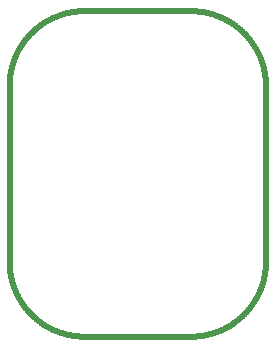
<source format=gbr>
G04 ( created by brdgerber.py ( brdgerber.py v0.1 2014-03-12 ) ) date 2020-10-03 00:10:21 EDT*
G04 Gerber Fmt 3.4, Leading zero omitted, Abs format*
%MOIN*%
%FSLAX34Y34*%
G01*
G70*
G90*
G04 APERTURE LIST*
%ADD11C,0.1500*%
%ADD13R,0.0866X0.0236*%
%ADD12C,0.0000*%
%ADD19C,0.0024*%
%ADD14C,0.0080*%
%ADD15C,0.0050*%
%ADD10C,0.0200*%
%ADD20C,0.0100*%
%ADD17C,0.0060*%
%ADD18C,0.0600*%
%ADD16R,0.0709X0.0629*%
G04 APERTURE END LIST*
G54D11*
D10*
G01X-37500Y09200D02*
G01X-37500Y09200D01*
G01X-37500Y09169D01*
G01X-37499Y09139D01*
G01X-37498Y09108D01*
G01X-37497Y09077D01*
G01X-37495Y09047D01*
G01X-37493Y09016D01*
G01X-37491Y08986D01*
G01X-37488Y08955D01*
G01X-37485Y08924D01*
G01X-37481Y08894D01*
G01X-37477Y08864D01*
G01X-37473Y08833D01*
G01X-37468Y08803D01*
G01X-37463Y08773D01*
G01X-37458Y08742D01*
G01X-37452Y08712D01*
G01X-37446Y08682D01*
G01X-37439Y08652D01*
G01X-37432Y08622D01*
G01X-37425Y08593D01*
G01X-37417Y08563D01*
G01X-37409Y08533D01*
G01X-37401Y08504D01*
G01X-37392Y08474D01*
G01X-37383Y08445D01*
G01X-37374Y08416D01*
G01X-37364Y08387D01*
G01X-37354Y08358D01*
G01X-37343Y08329D01*
G01X-37332Y08300D01*
G01X-37321Y08272D01*
G01X-37310Y08243D01*
G01X-37298Y08215D01*
G01X-37286Y08187D01*
G01X-37273Y08159D01*
G01X-37260Y08131D01*
G01X-37247Y08103D01*
G01X-37233Y08076D01*
G01X-37219Y08049D01*
G01X-37205Y08022D01*
G01X-37190Y07995D01*
G01X-37175Y07968D01*
G01X-37160Y07941D01*
G01X-37144Y07915D01*
G01X-37128Y07889D01*
G01X-37112Y07863D01*
G01X-37096Y07837D01*
G01X-37079Y07811D01*
G01X-37061Y07786D01*
G01X-37044Y07760D01*
G01X-37026Y07736D01*
G01X-37008Y07711D01*
G01X-36990Y07686D01*
G01X-36971Y07662D01*
G01X-36952Y07638D01*
G01X-36933Y07614D01*
G01X-36913Y07590D01*
G01X-36893Y07567D01*
G01X-36873Y07544D01*
G01X-36852Y07521D01*
G01X-36832Y07498D01*
G01X-36811Y07476D01*
G01X-36789Y07454D01*
G01X-36768Y07432D01*
G01X-36746Y07411D01*
G01X-36724Y07389D01*
G01X-36702Y07368D01*
G01X-36679Y07348D01*
G01X-36656Y07327D01*
G01X-36633Y07307D01*
G01X-36610Y07287D01*
G01X-36586Y07267D01*
G01X-36562Y07248D01*
G01X-36538Y07229D01*
G01X-36514Y07210D01*
G01X-36489Y07192D01*
G01X-36464Y07174D01*
G01X-36440Y07156D01*
G01X-36414Y07139D01*
G01X-36389Y07121D01*
G01X-36363Y07104D01*
G01X-36337Y07088D01*
G01X-36311Y07072D01*
G01X-36285Y07056D01*
G01X-36259Y07040D01*
G01X-36232Y07025D01*
G01X-36205Y07010D01*
G01X-36178Y06995D01*
G01X-36151Y06981D01*
G01X-36124Y06967D01*
G01X-36097Y06953D01*
G01X-36069Y06940D01*
G01X-36041Y06927D01*
G01X-36013Y06914D01*
G01X-35985Y06902D01*
G01X-35957Y06890D01*
G01X-35928Y06879D01*
G01X-35900Y06868D01*
G01X-35871Y06857D01*
G01X-35842Y06846D01*
G01X-35813Y06836D01*
G01X-35784Y06826D01*
G01X-35755Y06817D01*
G01X-35726Y06808D01*
G01X-35696Y06799D01*
G01X-35667Y06791D01*
G01X-35637Y06783D01*
G01X-35607Y06775D01*
G01X-35578Y06768D01*
G01X-35548Y06761D01*
G01X-35518Y06754D01*
G01X-35488Y06748D01*
G01X-35458Y06742D01*
G01X-35427Y06737D01*
G01X-35397Y06732D01*
G01X-35367Y06727D01*
G01X-35336Y06723D01*
G01X-35306Y06719D01*
G01X-35276Y06715D01*
G01X-35245Y06712D01*
G01X-35214Y06709D01*
G01X-35184Y06707D01*
G01X-35153Y06705D01*
G01X-35123Y06703D01*
G01X-35092Y06702D01*
G01X-35061Y06701D01*
G01X-35031Y06700D01*
G01X-35000Y06700D01*
D10*
G01X-31450Y06700D02*
G01X-31450Y06700D01*
G01X-31419Y06700D01*
G01X-31389Y06701D01*
G01X-31358Y06702D01*
G01X-31327Y06703D01*
G01X-31297Y06705D01*
G01X-31266Y06707D01*
G01X-31236Y06709D01*
G01X-31205Y06712D01*
G01X-31174Y06715D01*
G01X-31144Y06719D01*
G01X-31114Y06723D01*
G01X-31083Y06727D01*
G01X-31053Y06732D01*
G01X-31023Y06737D01*
G01X-30992Y06742D01*
G01X-30962Y06748D01*
G01X-30932Y06754D01*
G01X-30902Y06761D01*
G01X-30872Y06768D01*
G01X-30843Y06775D01*
G01X-30813Y06783D01*
G01X-30783Y06791D01*
G01X-30754Y06799D01*
G01X-30724Y06808D01*
G01X-30695Y06817D01*
G01X-30666Y06826D01*
G01X-30637Y06836D01*
G01X-30608Y06846D01*
G01X-30579Y06857D01*
G01X-30550Y06868D01*
G01X-30522Y06879D01*
G01X-30493Y06890D01*
G01X-30465Y06902D01*
G01X-30437Y06914D01*
G01X-30409Y06927D01*
G01X-30381Y06940D01*
G01X-30353Y06953D01*
G01X-30326Y06967D01*
G01X-30299Y06981D01*
G01X-30272Y06995D01*
G01X-30245Y07010D01*
G01X-30218Y07025D01*
G01X-30191Y07040D01*
G01X-30165Y07056D01*
G01X-30139Y07072D01*
G01X-30113Y07088D01*
G01X-30087Y07104D01*
G01X-30061Y07121D01*
G01X-30036Y07139D01*
G01X-30010Y07156D01*
G01X-29986Y07174D01*
G01X-29961Y07192D01*
G01X-29936Y07210D01*
G01X-29912Y07229D01*
G01X-29888Y07248D01*
G01X-29864Y07267D01*
G01X-29840Y07287D01*
G01X-29817Y07307D01*
G01X-29794Y07327D01*
G01X-29771Y07348D01*
G01X-29748Y07368D01*
G01X-29726Y07389D01*
G01X-29704Y07411D01*
G01X-29682Y07432D01*
G01X-29661Y07454D01*
G01X-29639Y07476D01*
G01X-29618Y07498D01*
G01X-29598Y07521D01*
G01X-29577Y07544D01*
G01X-29557Y07567D01*
G01X-29537Y07590D01*
G01X-29517Y07614D01*
G01X-29498Y07638D01*
G01X-29479Y07662D01*
G01X-29460Y07686D01*
G01X-29442Y07711D01*
G01X-29424Y07736D01*
G01X-29406Y07760D01*
G01X-29389Y07786D01*
G01X-29371Y07811D01*
G01X-29354Y07837D01*
G01X-29338Y07863D01*
G01X-29322Y07889D01*
G01X-29306Y07915D01*
G01X-29290Y07941D01*
G01X-29275Y07968D01*
G01X-29260Y07995D01*
G01X-29245Y08022D01*
G01X-29231Y08049D01*
G01X-29217Y08076D01*
G01X-29203Y08103D01*
G01X-29190Y08131D01*
G01X-29177Y08159D01*
G01X-29164Y08187D01*
G01X-29152Y08215D01*
G01X-29140Y08243D01*
G01X-29129Y08272D01*
G01X-29118Y08300D01*
G01X-29107Y08329D01*
G01X-29096Y08358D01*
G01X-29086Y08387D01*
G01X-29076Y08416D01*
G01X-29067Y08445D01*
G01X-29058Y08474D01*
G01X-29049Y08504D01*
G01X-29041Y08533D01*
G01X-29033Y08563D01*
G01X-29025Y08593D01*
G01X-29018Y08622D01*
G01X-29011Y08652D01*
G01X-29004Y08682D01*
G01X-28998Y08712D01*
G01X-28992Y08742D01*
G01X-28987Y08773D01*
G01X-28982Y08803D01*
G01X-28977Y08833D01*
G01X-28973Y08864D01*
G01X-28969Y08894D01*
G01X-28965Y08924D01*
G01X-28962Y08955D01*
G01X-28959Y08986D01*
G01X-28957Y09016D01*
G01X-28955Y09047D01*
G01X-28953Y09077D01*
G01X-28952Y09108D01*
G01X-28951Y09139D01*
G01X-28950Y09169D01*
G01X-28950Y09200D01*
D10*
G01X-31450Y06700D02*
G01X-35000Y06700D01*
D10*
G01X-37500Y13550D02*
G01X-37500Y09200D01*
D10*
G01X-28950Y13550D02*
G01X-28950Y09200D01*
D10*
G01X-31450Y17550D02*
G01X-35000Y17550D01*
D10*
G01X-28950Y13550D02*
G01X-28950Y15100D01*
D10*
G01X-35000Y17550D02*
G01X-35000Y17550D01*
G01X-35031Y17550D01*
G01X-35061Y17549D01*
G01X-35092Y17548D01*
G01X-35123Y17547D01*
G01X-35153Y17545D01*
G01X-35184Y17543D01*
G01X-35214Y17541D01*
G01X-35245Y17538D01*
G01X-35276Y17535D01*
G01X-35306Y17531D01*
G01X-35336Y17527D01*
G01X-35367Y17523D01*
G01X-35397Y17518D01*
G01X-35427Y17513D01*
G01X-35458Y17508D01*
G01X-35488Y17502D01*
G01X-35518Y17496D01*
G01X-35548Y17489D01*
G01X-35578Y17482D01*
G01X-35607Y17475D01*
G01X-35637Y17467D01*
G01X-35667Y17459D01*
G01X-35696Y17451D01*
G01X-35726Y17442D01*
G01X-35755Y17433D01*
G01X-35784Y17424D01*
G01X-35813Y17414D01*
G01X-35842Y17404D01*
G01X-35871Y17393D01*
G01X-35900Y17382D01*
G01X-35928Y17371D01*
G01X-35957Y17360D01*
G01X-35985Y17348D01*
G01X-36013Y17336D01*
G01X-36041Y17323D01*
G01X-36069Y17310D01*
G01X-36097Y17297D01*
G01X-36124Y17283D01*
G01X-36151Y17269D01*
G01X-36178Y17255D01*
G01X-36205Y17240D01*
G01X-36232Y17225D01*
G01X-36259Y17210D01*
G01X-36285Y17194D01*
G01X-36311Y17178D01*
G01X-36337Y17162D01*
G01X-36363Y17146D01*
G01X-36389Y17129D01*
G01X-36414Y17111D01*
G01X-36440Y17094D01*
G01X-36464Y17076D01*
G01X-36489Y17058D01*
G01X-36514Y17040D01*
G01X-36538Y17021D01*
G01X-36562Y17002D01*
G01X-36586Y16983D01*
G01X-36610Y16963D01*
G01X-36633Y16943D01*
G01X-36656Y16923D01*
G01X-36679Y16902D01*
G01X-36702Y16882D01*
G01X-36724Y16861D01*
G01X-36746Y16839D01*
G01X-36768Y16818D01*
G01X-36789Y16796D01*
G01X-36811Y16774D01*
G01X-36832Y16752D01*
G01X-36852Y16729D01*
G01X-36873Y16706D01*
G01X-36893Y16683D01*
G01X-36913Y16660D01*
G01X-36933Y16636D01*
G01X-36952Y16612D01*
G01X-36971Y16588D01*
G01X-36990Y16564D01*
G01X-37008Y16539D01*
G01X-37026Y16514D01*
G01X-37044Y16490D01*
G01X-37061Y16464D01*
G01X-37079Y16439D01*
G01X-37096Y16413D01*
G01X-37112Y16387D01*
G01X-37128Y16361D01*
G01X-37144Y16335D01*
G01X-37160Y16309D01*
G01X-37175Y16282D01*
G01X-37190Y16255D01*
G01X-37205Y16228D01*
G01X-37219Y16201D01*
G01X-37233Y16174D01*
G01X-37247Y16147D01*
G01X-37260Y16119D01*
G01X-37273Y16091D01*
G01X-37286Y16063D01*
G01X-37298Y16035D01*
G01X-37310Y16007D01*
G01X-37321Y15978D01*
G01X-37332Y15950D01*
G01X-37343Y15921D01*
G01X-37354Y15892D01*
G01X-37364Y15863D01*
G01X-37374Y15834D01*
G01X-37383Y15805D01*
G01X-37392Y15776D01*
G01X-37401Y15746D01*
G01X-37409Y15717D01*
G01X-37417Y15687D01*
G01X-37425Y15657D01*
G01X-37432Y15628D01*
G01X-37439Y15598D01*
G01X-37446Y15568D01*
G01X-37452Y15538D01*
G01X-37458Y15508D01*
G01X-37463Y15477D01*
G01X-37468Y15447D01*
G01X-37473Y15417D01*
G01X-37477Y15386D01*
G01X-37481Y15356D01*
G01X-37485Y15326D01*
G01X-37488Y15295D01*
G01X-37491Y15264D01*
G01X-37493Y15234D01*
G01X-37495Y15203D01*
G01X-37497Y15173D01*
G01X-37498Y15142D01*
G01X-37499Y15111D01*
G01X-37500Y15081D01*
G01X-37500Y15050D01*
D10*
G01X-37500Y13550D02*
G01X-37500Y15050D01*
D10*
G01X-28950Y15050D02*
G01X-28950Y15050D01*
G01X-28950Y15081D01*
G01X-28951Y15111D01*
G01X-28952Y15142D01*
G01X-28953Y15173D01*
G01X-28955Y15203D01*
G01X-28957Y15234D01*
G01X-28959Y15264D01*
G01X-28962Y15295D01*
G01X-28965Y15326D01*
G01X-28969Y15356D01*
G01X-28973Y15386D01*
G01X-28977Y15417D01*
G01X-28982Y15447D01*
G01X-28987Y15477D01*
G01X-28992Y15508D01*
G01X-28998Y15538D01*
G01X-29004Y15568D01*
G01X-29011Y15598D01*
G01X-29018Y15628D01*
G01X-29025Y15657D01*
G01X-29033Y15687D01*
G01X-29041Y15717D01*
G01X-29049Y15746D01*
G01X-29058Y15776D01*
G01X-29067Y15805D01*
G01X-29076Y15834D01*
G01X-29086Y15863D01*
G01X-29096Y15892D01*
G01X-29107Y15921D01*
G01X-29118Y15950D01*
G01X-29129Y15978D01*
G01X-29140Y16007D01*
G01X-29152Y16035D01*
G01X-29164Y16063D01*
G01X-29177Y16091D01*
G01X-29190Y16119D01*
G01X-29203Y16147D01*
G01X-29217Y16174D01*
G01X-29231Y16201D01*
G01X-29245Y16228D01*
G01X-29260Y16255D01*
G01X-29275Y16282D01*
G01X-29290Y16309D01*
G01X-29306Y16335D01*
G01X-29322Y16361D01*
G01X-29338Y16387D01*
G01X-29354Y16413D01*
G01X-29371Y16439D01*
G01X-29389Y16464D01*
G01X-29406Y16490D01*
G01X-29424Y16514D01*
G01X-29442Y16539D01*
G01X-29460Y16564D01*
G01X-29479Y16588D01*
G01X-29498Y16612D01*
G01X-29517Y16636D01*
G01X-29537Y16660D01*
G01X-29557Y16683D01*
G01X-29577Y16706D01*
G01X-29598Y16729D01*
G01X-29618Y16752D01*
G01X-29639Y16774D01*
G01X-29661Y16796D01*
G01X-29682Y16818D01*
G01X-29704Y16839D01*
G01X-29726Y16861D01*
G01X-29748Y16882D01*
G01X-29771Y16902D01*
G01X-29794Y16923D01*
G01X-29817Y16943D01*
G01X-29840Y16963D01*
G01X-29864Y16983D01*
G01X-29888Y17002D01*
G01X-29912Y17021D01*
G01X-29936Y17040D01*
G01X-29961Y17058D01*
G01X-29986Y17076D01*
G01X-30010Y17094D01*
G01X-30036Y17111D01*
G01X-30061Y17129D01*
G01X-30087Y17146D01*
G01X-30113Y17162D01*
G01X-30139Y17178D01*
G01X-30165Y17194D01*
G01X-30191Y17210D01*
G01X-30218Y17225D01*
G01X-30245Y17240D01*
G01X-30272Y17255D01*
G01X-30299Y17269D01*
G01X-30326Y17283D01*
G01X-30353Y17297D01*
G01X-30381Y17310D01*
G01X-30409Y17323D01*
G01X-30437Y17336D01*
G01X-30465Y17348D01*
G01X-30493Y17360D01*
G01X-30522Y17371D01*
G01X-30550Y17382D01*
G01X-30579Y17393D01*
G01X-30608Y17404D01*
G01X-30637Y17414D01*
G01X-30666Y17424D01*
G01X-30695Y17433D01*
G01X-30724Y17442D01*
G01X-30754Y17451D01*
G01X-30783Y17459D01*
G01X-30813Y17467D01*
G01X-30843Y17475D01*
G01X-30872Y17482D01*
G01X-30902Y17489D01*
G01X-30932Y17496D01*
G01X-30962Y17502D01*
G01X-30992Y17508D01*
G01X-31023Y17513D01*
G01X-31053Y17518D01*
G01X-31083Y17523D01*
G01X-31114Y17527D01*
G01X-31144Y17531D01*
G01X-31174Y17535D01*
G01X-31205Y17538D01*
G01X-31236Y17541D01*
G01X-31266Y17543D01*
G01X-31297Y17545D01*
G01X-31327Y17547D01*
G01X-31358Y17548D01*
G01X-31389Y17549D01*
G01X-31419Y17550D01*
G01X-31450Y17550D01*
M02*

</source>
